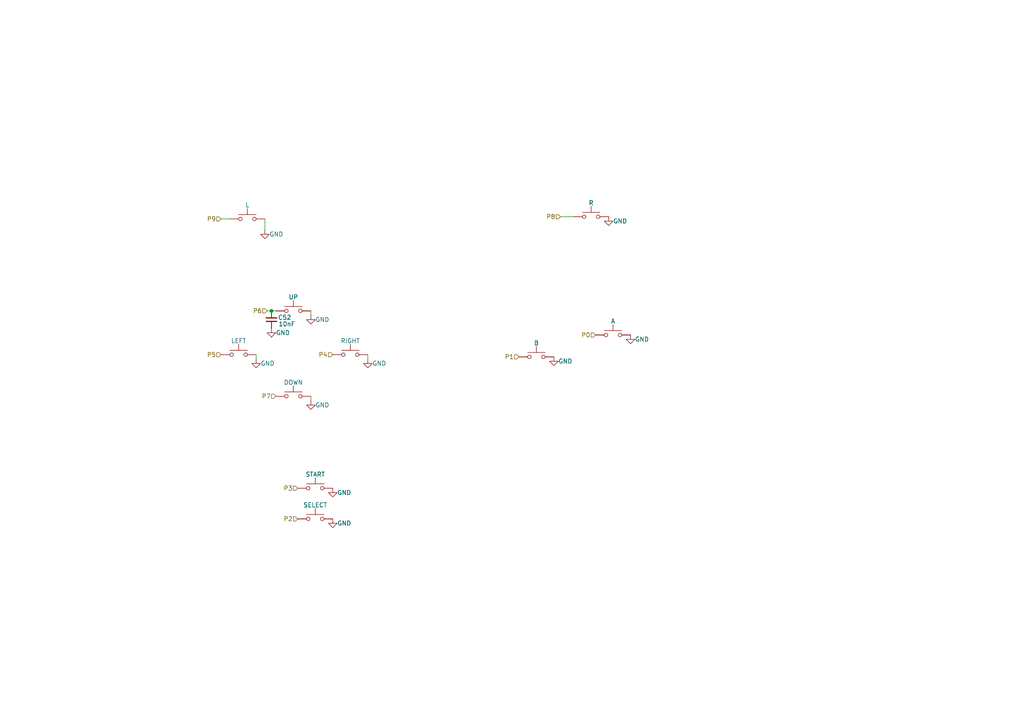
<source format=kicad_sch>
(kicad_sch (version 20230121) (generator eeschema)
  (paper "A4")
  (lib_symbols
    (symbol "Device:C_Small" (pin_numbers hide) (pin_names (offset 0.254) hide)
      (property "Reference" "C" (at 0.254 1.778 0))
      (property "Value" "C_Small" (at 0.254 -2.032 0))
      (symbol "C_Small_0_1"
        (polyline (pts (xy -1.524 -0.508) (xy 1.524 -0.508)) (stroke (width 0.3302)))
        (polyline (pts (xy -1.524 0.508) (xy 1.524 0.508)) (stroke (width 0.3048)))
      )
      (symbol "C_Small_1_1"
        (pin passive line (at 0 2.54 270) (length 2.032) (name "~") (number "1"))
        (pin passive line (at 0 -2.54 90) (length 2.032) (name "~") (number "2"))
      )
    )
    (symbol "Switch:SW_Push" (pin_numbers hide) (pin_names (offset 1.016) hide)
      (property "Reference" "SW" (at 1.27 2.54 0))
      (property "Value" "SW_Push" (at 0 -1.524 0))
      (symbol "SW_Push_0_1"
        (circle (center -2.032 0) (radius 0.508))
        (polyline (pts (xy 0 1.27) (xy 0 3.048)))
        (polyline (pts (xy 2.54 1.27) (xy -2.54 1.27)))
        (circle (center 2.032 0) (radius 0.508))
        (pin passive line (at -5.08 0 0) (length 2.54) (name "1") (number "1"))
        (pin passive line (at 5.08 0 180) (length 2.54) (name "2") (number "2"))
      )
    )
    (symbol "power:GND" (power) (pin_names (offset 0))
      (property "Value" "GND" (at 0 -3.81 0))
      (symbol "GND_0_1"
        (polyline (pts (xy 0 0) (xy 0 -1.27) (xy 1.27 -1.27) (xy 0 -2.54) (xy -1.27 -1.27) (xy 0 -1.27)))
      )
      (symbol "GND_1_1"
        (pin power_in line (at 0 0 270) (length 0) hide (name "GND") (number "1"))
      )
    )
  )
  (junction (at 78.74 90.17))
  (wire (pts (xy 106.68 104.14) (xy 106.68 102.87)))
  (wire (pts (xy 74.295 104.14) (xy 74.295 102.87)))
  (wire (pts (xy 64.135 63.5) (xy 66.675 63.5)))
  (wire (pts (xy 90.17 91.44) (xy 90.17 90.17)))
  (wire (pts (xy 162.56 62.865) (xy 166.37 62.865)))
  (wire (pts (xy 76.835 66.675) (xy 76.835 63.5)))
  (wire (pts (xy 78.74 90.17) (xy 80.01 90.17)))
  (wire (pts (xy 90.17 116.205) (xy 90.17 114.935)))
  (wire (pts (xy 77.47 90.17) (xy 78.74 90.17)))
  (hierarchical_label "P6" (shape input) (at 77.47 90.17 180))
  (hierarchical_label "P2" (shape input) (at 86.36 150.495 180))
  (hierarchical_label "P1" (shape input) (at 150.495 103.505 180))
  (hierarchical_label "P4" (shape input) (at 96.52 102.87 180))
  (hierarchical_label "P9" (shape input) (at 64.135 63.5 180))
  (hierarchical_label "P7" (shape input) (at 80.01 114.935 180))
  (hierarchical_label "P5" (shape input) (at 64.135 102.87 180))
  (hierarchical_label "P0" (shape input) (at 172.72 97.155 180))
  (hierarchical_label "P8" (shape input) (at 162.56 62.865 180))
  (hierarchical_label "P3" (shape input) (at 86.36 141.605 180))
  (symbol (lib_id "power:GND") (at 76.835 66.675 0) (unit 1)
    (property "Reference" "#PWR050" (effects hide))
    (property "Value" "GND" (at 78.105 67.945 0) (effects (justify left)))
    (instances (project "gba" (path "" (reference "#PWR050") (unit 1)) (path "" (reference "#PWR040") (unit 1))))
  )
  (symbol (lib_id "power:GND") (at 90.17 91.44 0) (unit 1)
    (property "Reference" "#PWR050" (effects hide))
    (property "Value" "GND" (at 91.44 92.71 0) (effects (justify left)))
    (instances (project "gba" (path "" (reference "#PWR050") (unit 1)) (path "" (reference "#PWR060") (unit 1))))
  )
  (symbol (lib_id "power:GND") (at 90.17 116.205 0) (unit 1)
    (property "Reference" "#PWR050" (effects hide))
    (property "Value" "GND" (at 91.44 117.475 0) (effects (justify left)))
    (instances (project "gba" (path "" (reference "#PWR050") (unit 1)) (path "" (reference "#PWR049") (unit 1))))
  )
  (symbol (lib_id "Switch:SW_Push") (at 101.6 102.87 0) (unit 1)
    (property "Reference" "SW5" (effects hide))
    (property "Value" "RIGHT" (at 101.6 98.8601 0))
    (property "Footprint" "AGB:ABG DPAD" (effects hide))
  )
  (symbol (lib_id "Switch:SW_Push") (at 91.44 141.605 0) (unit 1)
    (property "Reference" "SW6" (effects hide))
    (property "Value" "START" (at 91.44 137.5951 0))
    (property "Footprint" "AGB:AGB ST SL" (effects hide))
  )
  (symbol (lib_id "power:GND") (at 96.52 150.495 0) (unit 1)
    (property "Reference" "#PWR050" (effects hide))
    (property "Value" "GND" (at 97.79 151.765 0) (effects (justify left)))
    (instances (project "gba" (path "" (reference "#PWR050") (unit 1)) (path "" (reference "#PWR091") (unit 1))))
  )
  (symbol (lib_id "power:GND") (at 96.52 141.605 0) (unit 1)
    (property "Reference" "#PWR050" (effects hide))
    (property "Value" "GND" (at 97.79 142.875 0) (effects (justify left)))
    (instances (project "gba" (path "" (reference "#PWR050") (unit 1)) (path "" (reference "#PWR092") (unit 1))))
  )
  (symbol (lib_id "Switch:SW_Push") (at 71.755 63.5 0) (unit 1)
    (property "Reference" "SW10" (effects hide))
    (property "Value" "L" (at 71.755 59.4901 0))
    (property "Footprint" "TestPoint:TestPoint_THTPad_D1.5mm_Drill0.7mm" (effects hide))
  )
  (symbol (lib_id "Switch:SW_Push") (at 171.45 62.865 0) (unit 1)
    (property "Reference" "SW11" (effects hide))
    (property "Value" "R" (at 171.45 58.8551 0))
    (property "Footprint" "TestPoint:TestPoint_THTPad_D1.5mm_Drill0.7mm" (effects hide))
  )
  (symbol (lib_id "Switch:SW_Push") (at 177.8 97.155 0) (unit 1)
    (property "Reference" "SW8" (effects hide))
    (property "Value" "A" (at 177.8 93.1451 0))
    (property "Footprint" "AGB:AGB AB" (effects hide))
  )
  (symbol (lib_id "power:GND") (at 176.53 62.865 0) (unit 1)
    (property "Reference" "#PWR050" (effects hide))
    (property "Value" "GND" (at 177.8 64.135 0) (effects (justify left)))
    (instances (project "gba" (path "" (reference "#PWR050") (unit 1)) (path "" (reference "#PWR083") (unit 1))))
  )
  (symbol (lib_id "Switch:SW_Push") (at 91.44 150.495 0) (unit 1)
    (property "Reference" "SW7" (effects hide))
    (property "Value" "SELECT" (at 91.44 146.4851 0))
    (property "Footprint" "AGB:AGB ST SL" (effects hide))
  )
  (symbol (lib_id "Switch:SW_Push") (at 155.575 103.505 0) (unit 1)
    (property "Reference" "SW9" (effects hide))
    (property "Value" "B" (at 155.575 99.4951 0))
    (property "Footprint" "AGB:AGB AB" (effects hide))
  )
  (symbol (lib_id "power:GND") (at 182.88 97.155 0) (unit 1)
    (property "Reference" "#PWR050" (effects hide))
    (property "Value" "GND" (at 184.15 98.425 0) (effects (justify left)))
    (instances (project "gba" (path "" (reference "#PWR050") (unit 1)) (path "" (reference "#PWR094") (unit 1))))
  )
  (symbol (lib_id "power:GND") (at 78.74 95.25 0) (unit 1)
    (property "Reference" "#PWR050" (effects hide))
    (property "Value" "GND" (at 80.01 96.52 0) (effects (justify left)))
    (instances (project "gba" (path "" (reference "#PWR050") (unit 1)) (path "" (reference "#PWR039") (unit 1))))
  )
  (symbol (lib_id "Switch:SW_Push") (at 69.215 102.87 0) (unit 1)
    (property "Reference" "SW4" (effects hide))
    (property "Value" "LEFT" (at 69.215 98.8601 0))
    (property "Footprint" "AGB:ABG DPAD" (effects hide))
  )
  (symbol (lib_id "Device:C_Small") (at 78.74 92.71 180) (unit 1)
    (property "Reference" "C52" (at 82.55 92.075 0))
    (property "Value" "10nF" (at 83.185 93.98 0))
    (property "Footprint" "Capacitor_SMD:C_0402_1005Metric" (effects hide))
    (instances (project "gba" (path "" (reference "C52") (unit 1)) (path "" (reference "C62") (unit 1))))
  )
  (symbol (lib_id "Switch:SW_Push") (at 85.09 114.935 0) (unit 1)
    (property "Reference" "SW3" (effects hide))
    (property "Value" "DOWN" (at 85.09 110.9251 0))
    (property "Footprint" "AGB:ABG DPAD" (effects hide))
  )
  (symbol (lib_id "power:GND") (at 74.295 104.14 0) (unit 1)
    (property "Reference" "#PWR050" (effects hide))
    (property "Value" "GND" (at 75.565 105.41 0) (effects (justify left)))
    (instances (project "gba" (path "" (reference "#PWR050") (unit 1)) (path "" (reference "#PWR059") (unit 1))))
  )
  (symbol (lib_id "Switch:SW_Push") (at 85.09 90.17 0) (unit 1)
    (property "Reference" "SW2" (effects hide))
    (property "Value" "UP" (at 85.09 86.1601 0))
    (property "Footprint" "AGB:ABG DPAD" (effects hide))
  )
  (symbol (lib_id "power:GND") (at 160.655 103.505 0) (unit 1)
    (property "Reference" "#PWR050" (effects hide))
    (property "Value" "GND" (at 161.925 104.775 0) (effects (justify left)))
    (instances (project "gba" (path "" (reference "#PWR050") (unit 1)) (path "" (reference "#PWR093") (unit 1))))
  )
  (symbol (lib_id "power:GND") (at 106.68 104.14 0) (unit 1)
    (property "Reference" "#PWR050" (effects hide))
    (property "Value" "GND" (at 107.95 105.41 0) (effects (justify left)))
    (instances (project "gba" (path "" (reference "#PWR050") (unit 1)) (path "" (reference "#PWR058") (unit 1))))
  )
)
</source>
